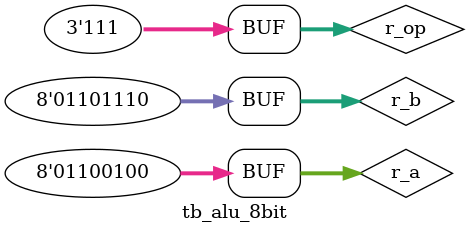
<source format=v>
`timescale 1ns/1ns

module tb_alu_8bit();

reg	[2:0]	r_op;
reg	[7:0]	r_a, r_b;

initial
begin
	r_op = 0;   r_a = 0;    r_b = 0;

    // Addition without overflow
    #10 r_op = 0;   r_a = 8'd25;    r_b = 8'd77;

    // Addition with overflow
    #10 r_op = 0;   r_a = 8'd50;    r_b = 8'd110;

    // Addition with overflow
    #10 r_op = 0;   r_a = -8'd50;    r_b = -8'd99;

    // Addition with zero
    #10 r_op = 0;   r_a = 8'd111;    r_b = -8'd111;

    // Subtraction1 without overflow
    #10 r_op = 1;   r_a = 8'd100;    r_b = 8'd45;

    // Subtraction1 with overflow
    #10 r_op = 1;   r_a = 8'd57;    r_b = -8'd86;

    // Subtraction1 with overflow
    #10 r_op = 1;   r_a = -8'd62;    r_b = 8'd93;

    // Subtraction1 with zero
    #10 r_op = 1;   r_a = 8'd123;    r_b = 8'd123;

    // Subtraction2 without overflow
    #10 r_op = 2;   r_a = 8'd100;    r_b = 8'd45;

    // Subtraction2 with overflow
    #10 r_op = 2;   r_a = 8'd57;    r_b = -8'd86;

    // Subtraction2 with overflow
    #10 r_op = 2;   r_a = -8'd62;    r_b = 8'd93;

    // Subtraction2 with zero
    #10 r_op = 2;   r_a = 8'd78;    r_b = 8'd78;

    // AND
    #10 r_op = 3;   r_a = 8'b11111111;  r_b = 8'b01010101;

    // AND with zero
    #10 r_op = 3;   r_a = 8'b01010101;  r_b = 8'b10101010;

    // OR
    #10 r_op = 4;   r_a = 8'b11110000;  r_b = 8'b11001100;

    // OR with zero
    #10 r_op = 4;   r_a = 8'b00000000;  r_b = 8'b00000000;

    // XOR
    #10 r_op = 5;   r_a = 8'b00001111;  r_b = 8'b00110011;

    // XOR with zero
    #10 r_op = 5;   r_a = 8'b11110000;  r_b = 8'b11110000;

    // NOT
    #10 r_op = 6;   r_a = 8'b11001100;  r_b = 8'b00000000;

    // NOT
    #10 r_op = 6;   r_a = 8'b11111111;  r_b = 8'b00000000;

    // Compare Equal
    #10 r_op = 7;   r_a = 8'd100;    r_b = 8'd100;

    // Compare Not Equal
    #10 r_op = 7;   r_a = 8'd100;    r_b = 8'd101;

    // Compare Greater A
    #10 r_op = 7;   r_a = 8'd100;    r_b = 8'd10;

    // Compare Greater B
    #10 r_op = 7;   r_a = 8'd100;    r_b = 8'd110;
end

wire    [7:0]   w_result, w_flag;

alu_8bit_me    u_dut
(
    .i_op           (r_op           ),
    .i_a            (r_a            ),
    .i_b            (r_b            ),
    .o_result       (w_result       ),
    .o_flag         (w_flag         )
);

initial begin
    $dumpfile("tb_alu.vcd");
    $dumpvars(1);
end

endmodule

</source>
